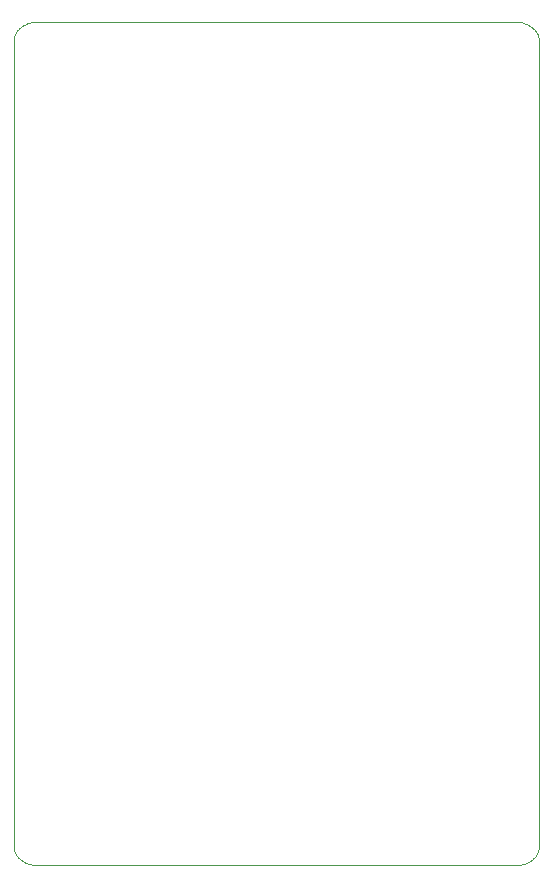
<source format=gbr>
G04 #@! TF.GenerationSoftware,KiCad,Pcbnew,(5.1.5-0-10_14)*
G04 #@! TF.CreationDate,2020-01-23T10:54:37-08:00*
G04 #@! TF.ProjectId,AndyCabinets,416e6479-4361-4626-996e-6574732e6b69,rev?*
G04 #@! TF.SameCoordinates,Original*
G04 #@! TF.FileFunction,Profile,NP*
%FSLAX46Y46*%
G04 Gerber Fmt 4.6, Leading zero omitted, Abs format (unit mm)*
G04 Created by KiCad (PCBNEW (5.1.5-0-10_14)) date 2020-01-23 10:54:37*
%MOMM*%
%LPD*%
G04 APERTURE LIST*
%ADD10C,0.100000*%
G04 APERTURE END LIST*
D10*
X177426942Y-62815966D02*
X177328660Y-62817799D01*
X177328660Y-62817799D02*
X177232788Y-62823159D01*
X177232788Y-62823159D02*
X177139774Y-62831793D01*
X177139774Y-62831793D02*
X177050038Y-62843396D01*
X177050038Y-62843396D02*
X176963965Y-62857621D01*
X176963965Y-62857621D02*
X176880409Y-62874424D01*
X176880409Y-62874424D02*
X176799027Y-62893722D01*
X176799027Y-62893722D02*
X176720219Y-62915279D01*
X176720219Y-62915279D02*
X176642936Y-62939279D01*
X176642936Y-62939279D02*
X176566559Y-62965915D01*
X176566559Y-62965915D02*
X176493246Y-62994367D01*
X176493246Y-62994367D02*
X176422979Y-63024451D01*
X176422979Y-63024451D02*
X176354438Y-63056617D01*
X176354438Y-63056617D02*
X176287071Y-63091154D01*
X176287071Y-63091154D02*
X176222215Y-63127350D01*
X176222215Y-63127350D02*
X176159888Y-63165094D01*
X176159888Y-63165094D02*
X176097248Y-63206231D01*
X176097248Y-63206231D02*
X176038459Y-63248060D01*
X176038459Y-63248060D02*
X175980498Y-63292706D01*
X175980498Y-63292706D02*
X175922842Y-63340894D01*
X175922842Y-63340894D02*
X175869466Y-63389337D01*
X175869466Y-63389337D02*
X175819051Y-63438982D01*
X175819051Y-63438982D02*
X175768563Y-63493138D01*
X175768563Y-63493138D02*
X175721805Y-63547995D01*
X175721805Y-63547995D02*
X175676033Y-63607010D01*
X175676033Y-63607010D02*
X175634222Y-63666613D01*
X175634222Y-63666613D02*
X175594994Y-63728832D01*
X175594994Y-63728832D02*
X175558624Y-63793665D01*
X175558624Y-63793665D02*
X175525523Y-63860827D01*
X175525523Y-63860827D02*
X175495596Y-63931167D01*
X175495596Y-63931167D02*
X175469160Y-64005001D01*
X175469160Y-64005001D02*
X175446324Y-64083863D01*
X175446324Y-64083863D02*
X175428138Y-64166617D01*
X175428138Y-64166617D02*
X175415104Y-64254526D01*
X175415104Y-64254526D02*
X175408174Y-64347637D01*
X175408174Y-64347637D02*
X175407320Y-64394080D01*
X217837699Y-62815966D02*
X177426942Y-62815966D01*
X177426942Y-62815966D02*
X177426942Y-62815966D01*
X219857320Y-64394080D02*
X219853567Y-64297126D01*
X219853567Y-64297126D02*
X219843318Y-64207292D01*
X219843318Y-64207292D02*
X219827551Y-64122622D01*
X219827551Y-64122622D02*
X219806652Y-64041259D01*
X219806652Y-64041259D02*
X219781971Y-63965560D01*
X219781971Y-63965560D02*
X219753422Y-63893087D01*
X219753422Y-63893087D02*
X219721437Y-63823830D01*
X219721437Y-63823830D02*
X219685488Y-63756116D01*
X219685488Y-63756116D02*
X219647053Y-63692172D01*
X219647053Y-63692172D02*
X219605483Y-63630351D01*
X219605483Y-63630351D02*
X219562155Y-63572210D01*
X219562155Y-63572210D02*
X219516426Y-63516415D01*
X219516426Y-63516415D02*
X219465803Y-63460100D01*
X219465803Y-63460100D02*
X219412407Y-63405859D01*
X219412407Y-63405859D02*
X219360604Y-63357520D01*
X219360604Y-63357520D02*
X219305370Y-63309989D01*
X219305370Y-63309989D02*
X219249633Y-63265702D01*
X219249633Y-63265702D02*
X219191715Y-63223145D01*
X219191715Y-63223145D02*
X219130527Y-63181620D01*
X219130527Y-63181620D02*
X219068422Y-63142729D01*
X219068422Y-63142729D02*
X219004972Y-63106084D01*
X219004972Y-63106084D02*
X218937428Y-63070220D01*
X218937428Y-63070220D02*
X218866005Y-63035550D01*
X218866005Y-63035550D02*
X218796003Y-63004584D01*
X218796003Y-63004584D02*
X218723614Y-62975499D01*
X218723614Y-62975499D02*
X218647811Y-62948051D01*
X218647811Y-62948051D02*
X218570707Y-62923118D01*
X218570707Y-62923118D02*
X218492404Y-62900730D01*
X218492404Y-62900730D02*
X218410765Y-62880395D01*
X218410765Y-62880395D02*
X218327661Y-62862723D01*
X218327661Y-62862723D02*
X218242409Y-62847657D01*
X218242409Y-62847657D02*
X218153094Y-62835093D01*
X218153094Y-62835093D02*
X218062465Y-62825625D01*
X218062465Y-62825625D02*
X217968604Y-62819223D01*
X217968604Y-62819223D02*
X217871127Y-62816174D01*
X217871127Y-62816174D02*
X217837699Y-62815966D01*
X219857320Y-132660251D02*
X219857320Y-64394080D01*
X217837699Y-134238366D02*
X217936783Y-134236498D01*
X217936783Y-134236498D02*
X218035431Y-134230895D01*
X218035431Y-134230895D02*
X218127216Y-134222267D01*
X218127216Y-134222267D02*
X218216144Y-134210701D01*
X218216144Y-134210701D02*
X218302191Y-134196422D01*
X218302191Y-134196422D02*
X218386845Y-134179324D01*
X218386845Y-134179324D02*
X218469285Y-134159657D01*
X218469285Y-134159657D02*
X218548027Y-134137988D01*
X218548027Y-134137988D02*
X218624532Y-134114114D01*
X218624532Y-134114114D02*
X218700152Y-134087640D01*
X218700152Y-134087640D02*
X218774093Y-134058846D01*
X218774093Y-134058846D02*
X218844958Y-134028388D01*
X218844958Y-134028388D02*
X218916628Y-133994534D01*
X218916628Y-133994534D02*
X218983820Y-133959806D01*
X218983820Y-133959806D02*
X219049102Y-133923069D01*
X219049102Y-133923069D02*
X219111223Y-133885127D01*
X219111223Y-133885127D02*
X219173641Y-133843794D01*
X219173641Y-133843794D02*
X219232756Y-133801369D01*
X219232756Y-133801369D02*
X219291777Y-133755459D01*
X219291777Y-133755459D02*
X219346332Y-133709458D01*
X219346332Y-133709458D02*
X219399023Y-133661333D01*
X219399023Y-133661333D02*
X219451534Y-133609198D01*
X219451534Y-133609198D02*
X219500828Y-133555820D01*
X219500828Y-133555820D02*
X219547709Y-133500301D01*
X219547709Y-133500301D02*
X219592203Y-133442406D01*
X219592203Y-133442406D02*
X219634275Y-133381874D01*
X219634275Y-133381874D02*
X219673179Y-133319511D01*
X219673179Y-133319511D02*
X219708924Y-133255095D01*
X219708924Y-133255095D02*
X219742608Y-133185815D01*
X219742608Y-133185815D02*
X219772194Y-133115023D01*
X219772194Y-133115023D02*
X219798695Y-133039248D01*
X219798695Y-133039248D02*
X219820732Y-132960800D01*
X219820732Y-132960800D02*
X219838378Y-132877259D01*
X219838378Y-132877259D02*
X219850737Y-132788550D01*
X219850737Y-132788550D02*
X219856865Y-132693995D01*
X219856865Y-132693995D02*
X219857320Y-132660251D01*
X177426942Y-134238366D02*
X217837699Y-134238366D01*
X217837699Y-134238366D02*
X217837699Y-134238366D01*
X175407320Y-132660251D02*
X175411263Y-132759711D01*
X175411263Y-132759711D02*
X175422070Y-132851977D01*
X175422070Y-132851977D02*
X175438723Y-132938993D01*
X175438723Y-132938993D02*
X175459563Y-133018433D01*
X175459563Y-133018433D02*
X175484571Y-133094030D01*
X175484571Y-133094030D02*
X175513308Y-133166108D01*
X175513308Y-133166108D02*
X175545433Y-133234979D01*
X175545433Y-133234979D02*
X175581011Y-133301495D01*
X175581011Y-133301495D02*
X175618943Y-133364288D01*
X175618943Y-133364288D02*
X175660258Y-133425534D01*
X175660258Y-133425534D02*
X175703270Y-133483128D01*
X175703270Y-133483128D02*
X175749688Y-133539633D01*
X175749688Y-133539633D02*
X175797255Y-133592546D01*
X175797255Y-133592546D02*
X175848431Y-133644767D01*
X175848431Y-133644767D02*
X175900054Y-133693230D01*
X175900054Y-133693230D02*
X175954069Y-133740025D01*
X175954069Y-133740025D02*
X176009867Y-133784686D01*
X176009867Y-133784686D02*
X176069271Y-133828596D01*
X176069271Y-133828596D02*
X176129166Y-133869472D01*
X176129166Y-133869472D02*
X176191407Y-133908694D01*
X176191407Y-133908694D02*
X176255950Y-133946176D01*
X176255950Y-133946176D02*
X176321156Y-133981017D01*
X176321156Y-133981017D02*
X176389140Y-134014351D01*
X176389140Y-134014351D02*
X176458569Y-134045464D01*
X176458569Y-134045464D02*
X176532777Y-134075657D01*
X176532777Y-134075657D02*
X176606290Y-134102637D01*
X176606290Y-134102637D02*
X176682454Y-134127681D01*
X176682454Y-134127681D02*
X176762356Y-134150927D01*
X176762356Y-134150927D02*
X176842698Y-134171323D01*
X176842698Y-134171323D02*
X176925985Y-134189435D01*
X176925985Y-134189435D02*
X177012217Y-134205058D01*
X177012217Y-134205058D02*
X177099814Y-134217767D01*
X177099814Y-134217767D02*
X177190277Y-134227643D01*
X177190277Y-134227643D02*
X177283577Y-134234448D01*
X177283577Y-134234448D02*
X177382122Y-134237982D01*
X177382122Y-134237982D02*
X177426942Y-134238366D01*
X175407320Y-64394080D02*
X175407320Y-132660251D01*
M02*

</source>
